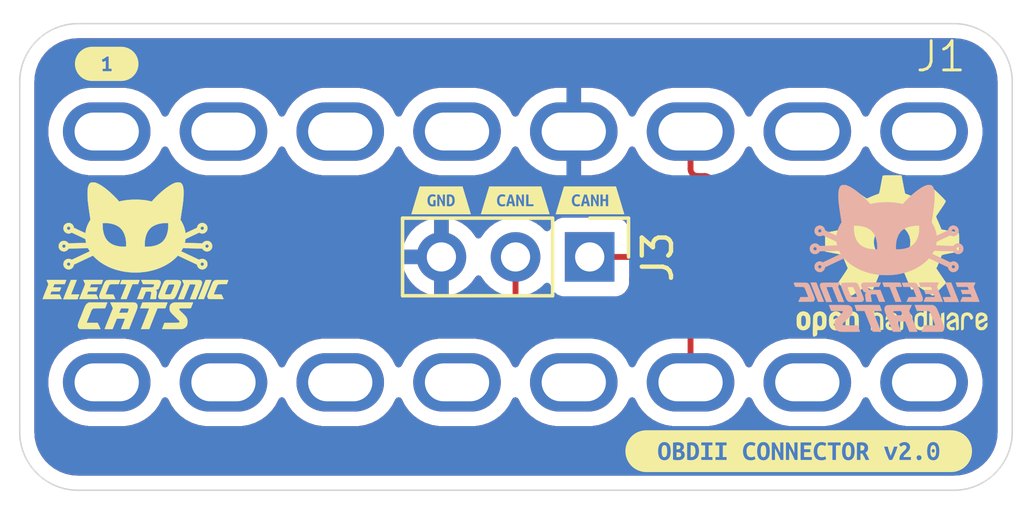
<source format=kicad_pcb>
(kicad_pcb (version 20241229) (generator "pcbnew") (generator_version "9.0")
  (layers (0 "F.Cu" signal) (2 "B.Cu" signal) (13 "F.Paste" user) (15 "B.Paste" user) (5 "F.SilkS" user "F.Silkscreen") (7 "B.SilkS" user "B.Silkscreen") (1 "F.Mask" user) (3 "B.Mask" user) (25 "Edge.Cuts" user))
  (net 0 "")
  (net 1 "/CAN_H")
  (net 2 "/CAN_L")
  (net 14 "GND")
  (footprint "kibuzzard-67DDAD71" (layer "F.Cu") (at 147.16 49.26)
    (property "Reference" "kibuzzard-67DDAD71" (hide yes))
    (property "Value" "G***" (hide yes))
  )
  (footprint "Case:OBD-II-Sparkfun v2.0" (layer "F.Cu") (at 149.705 50.95)
    (property "Reference" "J1" (at 14.575 -6.62 0) (layer "F.SilkS") (effects (font (thickness 0.1))))
    (property "Value" "Conn_02x08_Counter_Clockwise")
    (fp_line (start -16.98 6.25) (end -16.98 -5.75) (stroke (width 0.05)) (layer "Edge.Cuts"))
    (fp_line (start 15.02 -7.75) (end -14.98 -7.75) (stroke (width 0.05)) (layer "Edge.Cuts"))
    (fp_line (start 15.02 8.25) (end -14.98 8.25) (stroke (width 0.05)) (layer "Edge.Cuts"))
    (fp_line (start 17.02 -5.75) (end 17.02 6.25) (stroke (width 0.05)) (layer "Edge.Cuts"))
    (fp_arc (start -16.98 -5.75) (mid -16.394214 -7.164214) (end -14.98 -7.75) (stroke (width 0.05)) (layer "Edge.Cuts"))
    (fp_arc (start -14.98 8.25) (mid -16.394214 7.664214) (end -16.98 6.25) (stroke (width 0.05)) (layer "Edge.Cuts"))
    (fp_arc (start 15.02 -7.75) (mid 16.434214 -7.164214) (end 17.02 -5.75) (stroke (width 0.05)) (layer "Edge.Cuts"))
    (fp_arc (start 17.02 6.25) (mid 16.434214 7.664214) (end 15.02 8.25) (stroke (width 0.05)) (layer "Edge.Cuts"))
    (pad "1" thru_hole oval (at -14 -4.05) (size 3 2) (drill oval 2.2 1.3) (layers "*.Cu" "*.Mask"))
    (pad "2" thru_hole oval (at -10 -4.05) (size 3 2) (drill oval 2.2 1.3) (layers "*.Cu" "*.Mask"))
    (pad "3" thru_hole oval (at -6 -4.05) (size 3 2) (drill oval 2.2 1.3) (layers "*.Cu" "*.Mask"))
    (pad "4" thru_hole oval (at -2 -4.05) (size 3 2) (drill oval 2.2 1.3) (layers "*.Cu" "*.Mask"))
    (pad "5" thru_hole oval (at 2 -4.05) (size 3 2) (drill oval 2.2 1.3) (layers "*.Cu" "*.Mask") (net 14 "GND"))
    (pad "6" thru_hole oval (at 6 -4.05) (size 3 2) (drill oval 2.2 1.3) (layers "*.Cu" "*.Mask") (net 1 "/CAN_H"))
    (pad "7" thru_hole oval (at 10 -4.05) (size 3 2) (drill oval 2.2 1.3) (layers "*.Cu" "*.Mask"))
    (pad "8" thru_hole oval (at 14 -4.05) (size 3 2) (drill oval 2.2 1.3) (layers "*.Cu" "*.Mask"))
    (pad "9" thru_hole oval (at -14 4.55) (size 3 2) (drill oval 2.2 1.3) (layers "*.Cu" "*.Mask"))
    (pad "10" thru_hole oval (at -10 4.55) (size 3 2) (drill oval 2.2 1.3) (layers "*.Cu" "*.Mask"))
    (pad "11" thru_hole oval (at -6 4.55) (size 3 2) (drill oval 2.2 1.3) (layers "*.Cu" "*.Mask"))
    (pad "12" thru_hole oval (at -2 4.55) (size 3 2) (drill oval 2.2 1.3) (layers "*.Cu" "*.Mask"))
    (pad "13" thru_hole oval (at 2 4.55) (size 3 2) (drill oval 2.2 1.3) (layers "*.Cu" "*.Mask"))
    (pad "14" thru_hole oval (at 6 4.55) (size 3 2) (drill oval 2.2 1.3) (layers "*.Cu" "*.Mask") (net 2 "/CAN_L"))
    (pad "15" thru_hole oval (at 10 4.55) (size 3 2) (drill oval 2.2 1.3) (layers "*.Cu" "*.Mask"))
    (pad "16" thru_hole oval (at 14 4.55) (size 3 2) (drill oval 2.2 1.3) (layers "*.Cu" "*.Mask"))
  )
  (footprint "Symbol:OSHW-Logo2_7.3x6mm_SilkScreen" (layer "F.Cu") (at 162.61 51.16)
    (property "Reference" "REF**" (hide yes))
    (property "Value" "OSHW-Logo2_7.3x6mm_SilkScreen" (hide yes))
  )
  (footprint "kibuzzard-67DDAD2E" (layer "F.Cu") (at 152.26 49.26)
    (property "Reference" "kibuzzard-67DDAD2E" (hide yes))
    (property "Value" "G***" (hide yes))
  )
  (footprint "kibuzzard-66AA65D6" (layer "F.Cu") (at 135.705 44.58)
    (property "Reference" "kibuzzard-66AA65D6" (hide yes))
    (property "Value" "G***" (hide yes))
  )
  (footprint "kibuzzard-66AA65F0" (layer "F.Cu") (at 159.41 57.86)
    (property "Reference" "kibuzzard-66AA65F0" (hide yes))
    (property "Value" "G***" (hide yes))
  )
  (footprint "kibuzzard-67DDAD0A" (layer "F.Cu") (at 149.7 49.26)
    (property "Reference" "kibuzzard-67DDAD0A" (hide yes))
    (property "Value" "G***" (hide yes))
  )
  (footprint "Aesthetics:electronic_cats_logo_4x3" (layer "F.Cu") (at 136.69 51.16)
    (property "Reference" "G***" (hide yes))
    (property "Value" "LOGO" (hide yes))
  )
  (footprint "Connector_PinHeader_2.54mm:PinHeader_1x03_P2.54mm_Vertical" (layer "F.Cu") (at 152.25 51.2 -90)
    (property "Reference" "J3" (at 0 -2.33 90) (layer "F.SilkS"))
    (property "Value" "Conn_01x03")
    (pad "1" thru_hole rect (at 0 0 270) (size 1.7 1.7) (drill 1) (layers "*.Cu" "*.Mask") (net 1 "/CAN_H"))
    (pad "2" thru_hole oval (at 0 2.54 270) (size 1.7 1.7) (drill 1) (layers "*.Cu" "*.Mask") (net 2 "/CAN_L"))
    (pad "3" thru_hole oval (at 0 5.08 270) (size 1.7 1.7) (drill 1) (layers "*.Cu" "*.Mask") (net 14 "GND"))
  )
  (footprint "Aesthetics:electronic_cats_logo_4x3" (layer "B.Cu") (at 162.42 51.25 180)
    (property "Reference" "G***" (hide yes))
    (property "Value" "LOGO" (hide yes))
  )
  (segment (start 155.705 49.864788) (end 155.705 49.984788) (width 0.2) (layer "F.Cu") (net 1))
  (segment (start 155.224351 49.624788) (end 155.465 49.624788) (width 0.2) (layer "F.Cu") (net 1))
  (segment (start 155.705 49.984788) (end 155.705 50.308218) (width 0.2) (layer "F.Cu") (net 1))
  (segment (start 155.945 49.024788) (end 155.465 49.024788) (width 0.2) (layer "F.Cu") (net 1))
  (segment (start 155.705 50.308218) (end 155.705 50.555) (width 0.2) (layer "F.Cu") (net 1))
  (segment (start 155.465 49.024788) (end 155.224351 49.024788) (width 0.2) (layer "F.Cu") (net 1))
  (segment (start 155.945 48.424788) (end 156.185653 48.424788) (width 0.2) (layer "F.Cu") (net 1))
  (segment (start 155.705 50.555) (end 155.06 51.2) (width 0.2) (layer "F.Cu") (net 1))
  (segment (start 154.984351 49.264788) (end 154.984351 49.384788) (width 0.2) (layer "F.Cu") (net 1))
  (segment (start 156.185653 49.024788) (end 155.945 49.024788) (width 0.2) (layer "F.Cu") (net 1))
  (segment (start 155.06 51.2) (end 152.25 51.2) (width 0.2) (layer "F.Cu") (net 1))
  (segment (start 155.705 46.9) (end 155.705 48.184788) (width 0.2) (layer "F.Cu") (net 1))
  (segment (start 156.425653 48.664788) (end 156.425653 48.784788) (width 0.2) (layer "F.Cu") (net 1))
  (arc (start 154.984351 49.384788) (mid 155.054645 49.554494) (end 155.224351 49.624788) (width 0.2) (layer "F.Cu") (net 1))
  (arc (start 156.185653 48.424788) (mid 156.355359 48.495082) (end 156.425653 48.664788) (width 0.2) (layer "F.Cu") (net 1))
  (arc (start 155.705 48.184788) (mid 155.775294 48.354494) (end 155.945 48.424788) (width 0.2) (layer "F.Cu") (net 1))
  (arc (start 156.425653 48.784788) (mid 156.355359 48.954494) (end 156.185653 49.024788) (width 0.2) (layer "F.Cu") (net 1))
  (arc (start 155.224351 49.024788) (mid 155.054645 49.095082) (end 154.984351 49.264788) (width 0.2) (layer "F.Cu") (net 1))
  (arc (start 155.465 49.624788) (mid 155.634706 49.695082) (end 155.705 49.864788) (width 0.2) (layer "F.Cu") (net 1))
  (segment (start 149.71 52.84) (end 150.08 53.21) (width 0.2) (layer "F.Cu") (net 2))
  (segment (start 154.825686 53.21) (end 154.96 53.21) (width 0.2) (layer "F.Cu") (net 2))
  (segment (start 154.96 53.21) (end 155.705 53.955) (width 0.2) (layer "F.Cu") (net 2))
  (segment (start 150.08 53.21) (end 154.825686 53.21) (width 0.2) (layer "F.Cu") (net 2))
  (segment (start 149.71 51.2) (end 149.71 52.84) (width 0.2) (layer "F.Cu") (net 2))
  (segment (start 155.705 53.955) (end 155.705 55.5) (width 0.2) (layer "F.Cu") (net 2))
  (segment (start 151.705 48.545) (end 151.705 46.9) (width 0.2) (layer "F.Cu") (net 14))
  (segment (start 147.68 49.09) (end 151.16 49.09) (width 0.2) (layer "F.Cu") (net 14))
  (segment (start 147.17 49.6) (end 147.68 49.09) (width 0.2) (layer "F.Cu") (net 14))
  (segment (start 151.16 49.09) (end 151.705 48.545) (width 0.2) (layer "F.Cu") (net 14))
  (segment (start 147.17 51.2) (end 147.17 49.6) (width 0.2) (layer "F.Cu") (net 14))
  (zone (net 14) (net_name "GND") (layers "F.Cu" "B.Cu") (connect_pads (clearance 0.5)) (min_thickness 0.25) (fill yes (thermal_gap 0.5) (thermal_bridge_width 0.5))
    (polygon (pts (xy 167.15 42.39) (xy 167.15 59.99) (xy 167.09 60.05) (xy 132.13 60.05) (xy 132.05 59.97) (xy 132.05 42.39)))
  )
)
</source>
